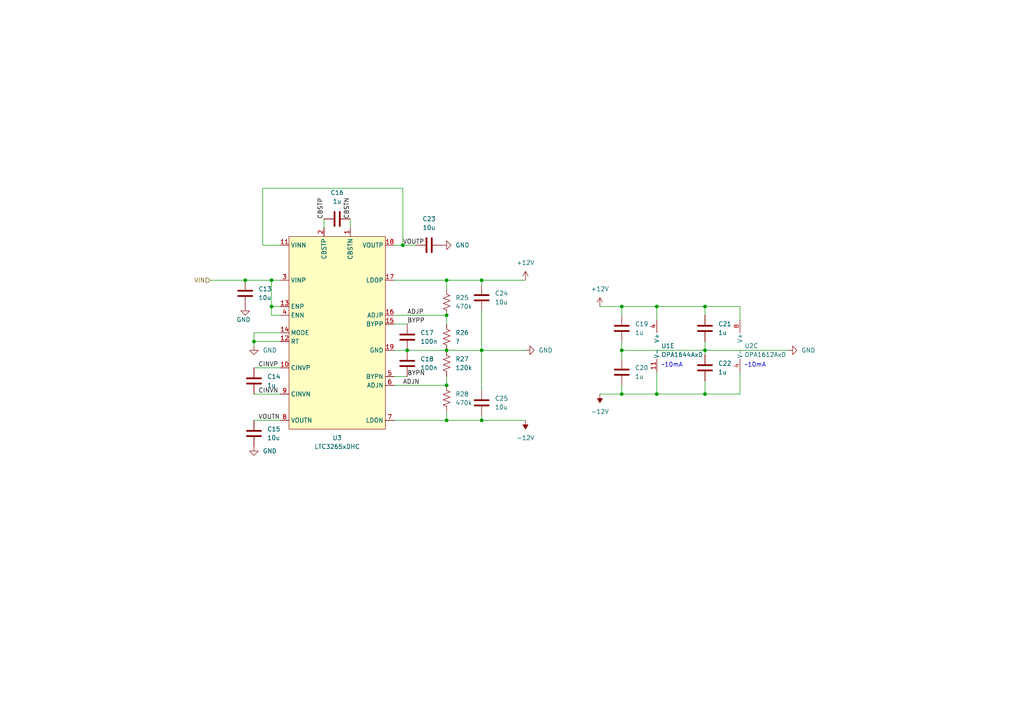
<source format=kicad_sch>
(kicad_sch (version 20211123) (generator eeschema)
  (paper "A4")
  (lib_symbols
    (symbol "Amplifier_Operational:OPA1612AxD" (pin_names (offset 0.127))
      (property "Reference" "U" (at 0 5.08 0))
      (property "Value" "OPA1612AxD" (at 0 -5.08 0))
      (symbol "OPA1612AxD_1_1"
        (polyline (pts (xy -5.08 5.08) (xy 5.08 0) (xy -5.08 -5.08) (xy -5.08 5.08)) (stroke (width 0.254)) (fill (type background)))
        (pin output line (at 7.62 0 180) (length 2.54) (name "~") (number "1"))
        (pin input line (at -7.62 -2.54 0) (length 2.54) (name "-") (number "2"))
        (pin input line (at -7.62 2.54 0) (length 2.54) (name "+") (number "3"))
      )
      (symbol "OPA1612AxD_2_1"
        (polyline (pts (xy -5.08 5.08) (xy 5.08 0) (xy -5.08 -5.08) (xy -5.08 5.08)) (stroke (width 0.254)) (fill (type background)))
        (pin input line (at -7.62 2.54 0) (length 2.54) (name "+") (number "5"))
        (pin input line (at -7.62 -2.54 0) (length 2.54) (name "-") (number "6"))
        (pin output line (at 7.62 0 180) (length 2.54) (name "~") (number "7"))
      )
      (symbol "OPA1612AxD_3_1"
        (pin power_in line (at -2.54 -7.62 90) (length 3.81) (name "V-") (number "4"))
        (pin power_in line (at -2.54 7.62 270) (length 3.81) (name "V+") (number "8"))
      )
    )
    (symbol "Device:C" (pin_numbers hide) (pin_names (offset 0.254))
      (property "Reference" "C" (at 0.635 2.54 0))
      (property "Value" "C" (at 0.635 -2.54 0))
      (symbol "C_0_1"
        (polyline (pts (xy -2.032 -0.762) (xy 2.032 -0.762)) (stroke (width 0.508)))
        (polyline (pts (xy -2.032 0.762) (xy 2.032 0.762)) (stroke (width 0.508)))
      )
      (symbol "C_1_1"
        (pin passive line (at 0 3.81 270) (length 2.794) (name "~") (number "1"))
        (pin passive line (at 0 -3.81 90) (length 2.794) (name "~") (number "2"))
      )
    )
    (symbol "Device:R_US" (pin_numbers hide) (pin_names (offset 0))
      (property "Reference" "R" (at 2.54 0 90))
      (property "Value" "R_US" (at -2.54 0 90))
      (symbol "R_US_0_1"
        (polyline (pts (xy 0 -2.286) (xy 0 -2.54)))
        (polyline (pts (xy 0 2.286) (xy 0 2.54)))
        (polyline (pts (xy 0 -0.762) (xy 1.016 -1.143) (xy 0 -1.524) (xy -1.016 -1.905) (xy 0 -2.286)))
        (polyline (pts (xy 0 0.762) (xy 1.016 0.381) (xy 0 0) (xy -1.016 -0.381) (xy 0 -0.762)))
        (polyline (pts (xy 0 2.286) (xy 1.016 1.905) (xy 0 1.524) (xy -1.016 1.143) (xy 0 0.762)))
      )
      (symbol "R_US_1_1"
        (pin passive line (at 0 3.81 270) (length 1.27) (name "~") (number "1"))
        (pin passive line (at 0 -3.81 90) (length 1.27) (name "~") (number "2"))
      )
    )
    (symbol "OPA_PHONO:LTC3265xDHC"
      (property "Reference" "U" (at 1.27 1.27 0))
      (property "Value" "LTC3265xDHC" (at 21.59 -57.15 0))
      (symbol "LTC3265xDHC_0_0"
        (pin passive line (at -2.54 -38.1 0) (length 2.54) (name "CINVP") (number "10"))
        (pin passive line (at -2.54 -2.54 0) (length 2.54) (name "VINN") (number "11"))
        (pin passive line (at -2.54 -30.48 0) (length 2.54) (name "RT") (number "12"))
        (pin passive line (at -2.54 -20.32 0) (length 2.54) (name "ENP") (number "13"))
        (pin passive line (at -2.54 -27.94 0) (length 2.54) (name "MODE") (number "14"))
        (pin passive line (at 30.48 -25.4 180) (length 2.54) (name "BYPP") (number "15"))
        (pin passive line (at 30.48 -22.86 180) (length 2.54) (name "ADJP") (number "16"))
        (pin passive line (at 30.48 -12.7 180) (length 2.54) (name "LDOP") (number "17"))
        (pin passive line (at 30.48 -2.54 180) (length 2.54) (name "VOUTP") (number "18"))
        (pin passive line (at 30.48 -33.02 180) (length 2.54) (name "GND") (number "19"))
        (pin passive line (at 10.16 2.54 270) (length 2.54) (name "CBSTP") (number "2"))
        (pin passive line (at -2.54 -12.7 0) (length 2.54) (name "VINP") (number "3"))
        (pin passive line (at -2.54 -22.86 0) (length 2.54) (name "ENN") (number "4"))
        (pin passive line (at 30.48 -40.64 180) (length 2.54) (name "BYPN") (number "5"))
        (pin passive line (at 30.48 -43.18 180) (length 2.54) (name "ADJN") (number "6"))
        (pin passive line (at 30.48 -53.34 180) (length 2.54) (name "LDON") (number "7"))
        (pin passive line (at -2.54 -53.34 0) (length 2.54) (name "VOUTN") (number "8"))
        (pin passive line (at -2.54 -45.72 0) (length 2.54) (name "CINVN") (number "9"))
      )
      (symbol "LTC3265xDHC_0_1"
        (rectangle (start 0 0) (end 27.94 -55.88) (fill (type background)))
      )
      (symbol "LTC3265xDHC_1_1"
        (pin passive line (at 17.78 2.54 270) (length 2.54) (name "CBSTN") (number "1"))
      )
    )
    (symbol "OPA_PHONO:OPA1644AxD" (pin_names (offset 0.127))
      (property "Reference" "U" (at 0 5.08 0))
      (property "Value" "OPA1644AxD" (at 0 -5.08 0))
      (symbol "OPA1644AxD_1_1"
        (polyline (pts (xy -5.08 5.08) (xy 5.08 0) (xy -5.08 -5.08) (xy -5.08 5.08)) (stroke (width 0.254)) (fill (type background)))
        (pin output line (at 7.62 0 180) (length 2.54) (name "~") (number "1"))
        (pin input line (at -7.62 -2.54 0) (length 2.54) (name "-") (number "2"))
        (pin input line (at -7.62 2.54 0) (length 2.54) (name "+") (number "3"))
      )
      (symbol "OPA1644AxD_2_1"
        (polyline (pts (xy -5.08 5.08) (xy 5.08 0) (xy -5.08 -5.08) (xy -5.08 5.08)) (stroke (width 0.254)) (fill (type background)))
        (pin input line (at -7.62 2.54 0) (length 2.54) (name "+") (number "5"))
        (pin input line (at -7.62 -2.54 0) (length 2.54) (name "-") (number "6"))
        (pin output line (at 7.62 0 180) (length 2.54) (name "~") (number "7"))
      )
      (symbol "OPA1644AxD_3_1"
        (polyline (pts (xy -5.08 5.08) (xy 5.08 0) (xy -5.08 -5.08) (xy -5.08 5.08)) (stroke (width 0.254)) (fill (type background)))
        (pin input line (at -7.62 2.54 0) (length 2.54) (name "+") (number "10"))
        (pin output line (at 7.62 0 180) (length 2.54) (name "~") (number "8"))
        (pin input line (at -7.62 -2.54 0) (length 2.54) (name "-") (number "9"))
      )
      (symbol "OPA1644AxD_4_1"
        (polyline (pts (xy -5.08 5.08) (xy 5.08 0) (xy -5.08 -5.08) (xy -5.08 5.08)) (stroke (width 0.254)) (fill (type background)))
        (pin input line (at -7.62 2.54 0) (length 2.54) (name "+") (number "12"))
        (pin input line (at -7.62 -2.54 0) (length 2.54) (name "-") (number "13"))
        (pin output line (at 7.62 0 180) (length 2.54) (name "~") (number "14"))
      )
      (symbol "OPA1644AxD_5_1"
        (pin power_in line (at -2.54 -7.62 90) (length 3.81) (name "V-") (number "11"))
        (pin power_in line (at -2.54 7.62 270) (length 3.81) (name "V+") (number "4"))
      )
    )
    (symbol "power:+12V" (power) (pin_names (offset 0))
      (property "Value" "+12V" (at 0 3.556 0))
      (symbol "+12V_0_1"
        (polyline (pts (xy -0.762 1.27) (xy 0 2.54)))
        (polyline (pts (xy 0 0) (xy 0 2.54)))
        (polyline (pts (xy 0 2.54) (xy 0.762 1.27)))
      )
      (symbol "+12V_1_1"
        (pin power_in line (at 0 0 90) (length 0) hide (name "+12V") (number "1"))
      )
    )
    (symbol "power:-12V" (power) (pin_names (offset 0))
      (property "Value" "-12V" (at 0 3.81 0))
      (symbol "-12V_0_0"
        (pin power_in line (at 0 0 90) (length 0) hide (name "-12V") (number "1"))
      )
      (symbol "-12V_0_1"
        (polyline (pts (xy 0 0) (xy 0 1.27) (xy 0.762 1.27) (xy 0 2.54) (xy -0.762 1.27) (xy 0 1.27)) (fill (type outline)))
      )
    )
    (symbol "power:GND" (power) (pin_names (offset 0))
      (property "Value" "GND" (at 0 -3.81 0))
      (symbol "GND_0_1"
        (polyline (pts (xy 0 0) (xy 0 -1.27) (xy 1.27 -1.27) (xy 0 -2.54) (xy -1.27 -1.27) (xy 0 -1.27)))
      )
      (symbol "GND_1_1"
        (pin power_in line (at 0 0 270) (length 0) hide (name "GND") (number "1"))
      )
    )
  )
  (junction (at 129.54 91.44))
  (junction (at 180.34 101.6))
  (junction (at 129.54 81.28))
  (junction (at 116.84 71.12))
  (junction (at 190.5 88.9))
  (junction (at 204.47 88.9))
  (junction (at 118.11 101.6))
  (junction (at 139.7 81.28))
  (junction (at 190.5 114.3))
  (junction (at 180.34 114.3))
  (junction (at 129.54 101.6))
  (junction (at 204.47 101.6))
  (junction (at 73.66 99.06))
  (junction (at 78.74 88.9))
  (junction (at 129.54 121.92))
  (junction (at 71.12 81.28))
  (junction (at 180.34 88.9))
  (junction (at 139.7 101.6))
  (junction (at 204.47 114.3))
  (junction (at 139.7 121.92))
  (junction (at 78.74 81.28))
  (junction (at 129.54 111.76))
  (wire (pts (xy 129.54 101.6) (xy 139.7 101.6)))
  (wire (pts (xy 78.74 91.44) (xy 78.74 88.9)))
  (wire (pts (xy 129.54 109.22) (xy 129.54 111.76)))
  (wire (pts (xy 180.34 88.9) (xy 180.34 91.44)))
  (wire (pts (xy 180.34 88.9) (xy 190.5 88.9)))
  (wire (pts (xy 204.47 114.3) (xy 204.47 110.49)))
  (wire (pts (xy 129.54 91.44) (xy 129.54 93.98)))
  (wire (pts (xy 190.5 88.9) (xy 204.47 88.9)))
  (wire (pts (xy 214.63 114.3) (xy 214.63 107.95)))
  (wire (pts (xy 71.12 81.28) (xy 78.74 81.28)))
  (wire (pts (xy 180.34 99.06) (xy 180.34 101.6)))
  (wire (pts (xy 120.65 71.12) (xy 116.84 71.12)))
  (wire (pts (xy 204.47 88.9) (xy 214.63 88.9)))
  (wire (pts (xy 114.3 109.22) (xy 118.11 109.22)))
  (wire (pts (xy 180.34 104.14) (xy 180.34 101.6)))
  (wire (pts (xy 129.54 121.92) (xy 139.7 121.92)))
  (wire (pts (xy 204.47 99.06) (xy 204.47 101.6)))
  (wire (pts (xy 114.3 81.28) (xy 129.54 81.28)))
  (wire (pts (xy 204.47 101.6) (xy 228.6 101.6)))
  (wire (pts (xy 114.3 121.92) (xy 129.54 121.92)))
  (wire (pts (xy 139.7 81.28) (xy 139.7 82.55)))
  (wire (pts (xy 139.7 113.03) (xy 139.7 101.6)))
  (wire (pts (xy 78.74 88.9) (xy 81.28 88.9)))
  (wire (pts (xy 204.47 114.3) (xy 214.63 114.3)))
  (wire (pts (xy 76.2 54.61) (xy 76.2 71.12)))
  (wire (pts (xy 116.84 71.12) (xy 116.84 54.61)))
  (wire (pts (xy 214.63 88.9) (xy 214.63 92.71)))
  (wire (pts (xy 204.47 102.87) (xy 204.47 101.6)))
  (wire (pts (xy 78.74 81.28) (xy 81.28 81.28)))
  (wire (pts (xy 180.34 114.3) (xy 190.5 114.3)))
  (wire (pts (xy 118.11 101.6) (xy 129.54 101.6)))
  (wire (pts (xy 129.54 81.28) (xy 139.7 81.28)))
  (wire (pts (xy 139.7 121.92) (xy 152.4 121.92)))
  (wire (pts (xy 118.11 101.6) (xy 114.3 101.6)))
  (wire (pts (xy 190.5 114.3) (xy 204.47 114.3)))
  (wire (pts (xy 73.66 121.92) (xy 81.28 121.92)))
  (wire (pts (xy 73.66 96.52) (xy 73.66 99.06)))
  (wire (pts (xy 139.7 121.92) (xy 139.7 120.65)))
  (wire (pts (xy 73.66 114.3) (xy 81.28 114.3)))
  (wire (pts (xy 78.74 88.9) (xy 78.74 81.28)))
  (wire (pts (xy 173.99 114.3) (xy 180.34 114.3)))
  (wire (pts (xy 116.84 71.12) (xy 114.3 71.12)))
  (wire (pts (xy 81.28 99.06) (xy 73.66 99.06)))
  (wire (pts (xy 204.47 88.9) (xy 204.47 91.44)))
  (wire (pts (xy 81.28 96.52) (xy 73.66 96.52)))
  (wire (pts (xy 116.84 54.61) (xy 76.2 54.61)))
  (wire (pts (xy 114.3 91.44) (xy 129.54 91.44)))
  (wire (pts (xy 180.34 101.6) (xy 204.47 101.6)))
  (wire (pts (xy 129.54 83.82) (xy 129.54 81.28)))
  (wire (pts (xy 190.5 114.3) (xy 190.5 107.95)))
  (wire (pts (xy 190.5 88.9) (xy 190.5 92.71)))
  (wire (pts (xy 76.2 71.12) (xy 81.28 71.12)))
  (wire (pts (xy 114.3 111.76) (xy 129.54 111.76)))
  (wire (pts (xy 101.6 63.5) (xy 101.6 66.04)))
  (wire (pts (xy 180.34 114.3) (xy 180.34 111.76)))
  (wire (pts (xy 73.66 99.06) (xy 73.66 100.33)))
  (wire (pts (xy 93.98 63.5) (xy 93.98 66.04)))
  (wire (pts (xy 139.7 101.6) (xy 152.4 101.6)))
  (wire (pts (xy 81.28 91.44) (xy 78.74 91.44)))
  (wire (pts (xy 139.7 90.17) (xy 139.7 101.6)))
  (wire (pts (xy 129.54 119.38) (xy 129.54 121.92)))
  (wire (pts (xy 173.99 88.9) (xy 180.34 88.9)))
  (wire (pts (xy 139.7 81.28) (xy 152.4 81.28)))
  (wire (pts (xy 73.66 106.68) (xy 81.28 106.68)))
  (wire (pts (xy 60.96 81.28) (xy 71.12 81.28)))
  (wire (pts (xy 118.11 93.98) (xy 114.3 93.98)))
  (text "~10mA" (at 191.77 106.68 0) (effects (font (size 1.27 1.27)) (justify left bottom)))
  (text "~10mA" (at 215.9 106.68 0) (effects (font (size 1.27 1.27)) (justify left bottom)))
  (label "VOUTP" (at 116.84 71.12 0))
  (label "CINVP" (at 74.93 106.68 0))
  (label "ADJN" (at 116.84 111.76 0))
  (label "BYPP" (at 118.11 93.98 0))
  (label "CBSTN" (at 101.6 63.5 90))
  (label "CBSTP" (at 93.98 63.5 90))
  (label "ADJP" (at 118.11 91.44 0))
  (label "VOUTN" (at 74.93 121.92 0))
  (label "CINVN" (at 74.93 114.3 0))
  (label "BYPN" (at 118.11 109.22 0))
  (hierarchical_label "VIN" (shape input) (at 60.96 81.28 180))
  (symbol (lib_id "Device:C") (at 180.34 95.25 180) (unit 1)
    (property "Reference" "C19" (at 184.15 93.9799 0) (effects (justify right)))
    (property "Value" "1u" (at 184.15 96.5199 0) (effects (justify right)))
    (property "Footprint" "Capacitor_SMD:C_0402_1005Metric" (effects hide))
  )
  (symbol (lib_id "Device:R_US") (at 129.54 97.79 0) (unit 1)
    (property "Reference" "R26" (at 132.08 96.5199 0) (effects (justify left)))
    (property "Value" "?" (at 132.08 99.0599 0) (effects (justify left)))
    (property "Footprint" "Resistor_SMD:R_0402_1005Metric" (effects hide))
  )
  (symbol (lib_id "power:GND") (at 228.6 101.6 90) (unit 1)
    (property "Reference" "#PWR01" (effects hide))
    (property "Value" "GND" (at 232.41 101.5999 90) (effects (justify right)))
  )
  (symbol (lib_id "Device:R_US") (at 129.54 105.41 0) (unit 1)
    (property "Reference" "R27" (at 132.08 104.1399 0) (effects (justify left)))
    (property "Value" "120k" (at 132.08 106.6799 0) (effects (justify left)))
    (property "Footprint" "Resistor_SMD:R_0402_1005Metric" (effects hide))
  )
  (symbol (lib_id "power:-12V") (at 173.99 114.3 180) (unit 1)
    (property "Reference" "#PWR022" (effects hide))
    (property "Value" "-12V" (at 173.99 119.38 0))
  )
  (symbol (lib_id "power:-12V") (at 152.4 121.92 180) (unit 1)
    (property "Reference" "#PWR028" (effects hide))
    (property "Value" "-12V" (at 152.4 127 0))
  )
  (symbol (lib_id "Device:C") (at 97.79 63.5 90) (unit 1)
    (property "Reference" "C16" (at 97.79 55.88 90))
    (property "Value" "1u" (at 97.79 58.42 90))
    (property "Footprint" "Capacitor_SMD:C_0402_1005Metric" (effects hide))
  )
  (symbol (lib_id "OPA_PHONO:OPA1644AxD") (at 193.04 100.33 0) (unit 5)
    (property "Reference" "U1" (at 191.77 100.33 0) (effects (justify left)))
    (property "Value" "OPA1644AxD" (at 191.77 102.87 0) (effects (justify left)))
    (property "Footprint" "Package_SO:SOIC-14_3.9x8.7mm_P1.27mm" (effects hide))
    (property "Datasheet" "https://www.ti.com/lit/ds/symlink/opa1642.pdf" (effects hide))
  )
  (symbol (lib_id "power:GND") (at 71.12 88.9 0) (unit 1)
    (property "Reference" "#PWR021" (effects hide))
    (property "Value" "GND" (at 68.58 92.71 0) (effects (justify left)))
  )
  (symbol (lib_id "Device:C") (at 118.11 105.41 180) (unit 1)
    (property "Reference" "C18" (at 121.92 104.1399 0) (effects (justify right)))
    (property "Value" "100n" (at 121.92 106.6799 0) (effects (justify right)))
    (property "Footprint" "Capacitor_SMD:C_0402_1005Metric" (effects hide))
  )
  (symbol (lib_id "Device:C") (at 204.47 106.68 180) (unit 1)
    (property "Reference" "C22" (at 208.28 105.4099 0) (effects (justify right)))
    (property "Value" "1u" (at 208.28 107.9499 0) (effects (justify right)))
    (property "Footprint" "Capacitor_SMD:C_0402_1005Metric" (effects hide))
  )
  (symbol (lib_id "Device:C") (at 180.34 107.95 180) (unit 1)
    (property "Reference" "C20" (at 184.15 106.6799 0) (effects (justify right)))
    (property "Value" "1u" (at 184.15 109.2199 0) (effects (justify right)))
    (property "Footprint" "Capacitor_SMD:C_0402_1005Metric" (effects hide))
  )
  (symbol (lib_id "OPA_PHONO:LTC3265xDHC") (at 83.82 68.58 0) (unit 1)
    (property "Reference" "U3" (at 97.79 127 0))
    (property "Value" "LTC3265xDHC" (at 97.79 129.54 0))
    (property "Footprint" "Package_DFN_QFN:DFN-18-1EP_3x5mm_P0.5mm_EP1.66x4.4mm" (effects hide))
    (property "Datasheet" "https://www.analog.com/media/en/technical-documentation/data-sheets/3265fa.pdf" (effects hide))
  )
  (symbol (lib_id "Device:R_US") (at 129.54 115.57 0) (unit 1)
    (property "Reference" "R28" (at 132.08 114.2999 0) (effects (justify left)))
    (property "Value" "470k" (at 132.08 116.8399 0) (effects (justify left)))
    (property "Footprint" "Resistor_SMD:R_0402_1005Metric" (effects hide))
  )
  (symbol (lib_id "power:GND") (at 128.27 71.12 90) (unit 1)
    (property "Reference" "#PWR025" (effects hide))
    (property "Value" "GND" (at 132.08 71.1199 90) (effects (justify right)))
  )
  (symbol (lib_id "power:GND") (at 73.66 129.54 0) (unit 1)
    (property "Reference" "#PWR024" (effects hide))
    (property "Value" "GND" (at 76.2 130.8099 0) (effects (justify left)))
  )
  (symbol (lib_id "Device:C") (at 73.66 125.73 180) (unit 1)
    (property "Reference" "C15" (at 77.47 124.4599 0) (effects (justify right)))
    (property "Value" "10u" (at 77.47 126.9999 0) (effects (justify right)))
    (property "Footprint" "Capacitor_SMD:C_0805_2012Metric" (effects hide))
  )
  (symbol (lib_id "Device:C") (at 124.46 71.12 270) (unit 1)
    (property "Reference" "C23" (at 124.46 63.5 90))
    (property "Value" "10u" (at 124.46 66.04 90))
    (property "Footprint" "Capacitor_SMD:C_0805_2012Metric" (effects hide))
  )
  (symbol (lib_id "Device:R_US") (at 129.54 87.63 0) (unit 1)
    (property "Reference" "R25" (at 132.08 86.3599 0) (effects (justify left)))
    (property "Value" "470k" (at 132.08 88.8999 0) (effects (justify left)))
    (property "Footprint" "Resistor_SMD:R_0402_1005Metric" (effects hide))
  )
  (symbol (lib_id "Device:C") (at 204.47 95.25 180) (unit 1)
    (property "Reference" "C21" (at 208.28 93.9799 0) (effects (justify right)))
    (property "Value" "1u" (at 208.28 96.5199 0) (effects (justify right)))
    (property "Footprint" "Capacitor_SMD:C_0402_1005Metric" (effects hide))
  )
  (symbol (lib_id "Device:C") (at 73.66 110.49 180) (unit 1)
    (property "Reference" "C14" (at 77.47 109.2199 0) (effects (justify right)))
    (property "Value" "1u" (at 77.47 111.7599 0) (effects (justify right)))
    (property "Footprint" "Capacitor_SMD:C_0402_1005Metric" (effects hide))
  )
  (symbol (lib_id "power:+12V") (at 152.4 81.28 0) (unit 1)
    (property "Reference" "#PWR026" (effects hide))
    (property "Value" "+12V" (at 152.4 76.2 0))
  )
  (symbol (lib_id "Device:C") (at 139.7 116.84 180) (unit 1)
    (property "Reference" "C25" (at 143.51 115.5699 0) (effects (justify right)))
    (property "Value" "10u" (at 143.51 118.1099 0) (effects (justify right)))
    (property "Footprint" "Capacitor_SMD:C_0805_2012Metric" (effects hide))
  )
  (symbol (lib_id "Device:C") (at 139.7 86.36 180) (unit 1)
    (property "Reference" "C24" (at 143.51 85.0899 0) (effects (justify right)))
    (property "Value" "10u" (at 143.51 87.6299 0) (effects (justify right)))
    (property "Footprint" "Capacitor_SMD:C_0805_2012Metric" (effects hide))
  )
  (symbol (lib_id "Amplifier_Operational:OPA1612AxD") (at 217.17 100.33 0) (unit 3)
    (property "Reference" "U2" (at 215.9 100.33 0) (effects (justify left)))
    (property "Value" "OPA1612AxD" (at 215.9 102.87 0) (effects (justify left)))
    (property "Footprint" "Package_SO:SOIC-8_3.9x4.9mm_P1.27mm" (effects hide))
    (property "Datasheet" "http://www.ti.com/lit/ds/symlink/opa1612.pdf" (effects hide))
  )
  (symbol (lib_id "Device:C") (at 118.11 97.79 180) (unit 1)
    (property "Reference" "C17" (at 121.92 96.5199 0) (effects (justify right)))
    (property "Value" "100n" (at 121.92 99.0599 0) (effects (justify right)))
    (property "Footprint" "Capacitor_SMD:C_0402_1005Metric" (effects hide))
  )
  (symbol (lib_id "power:+12V") (at 173.99 88.9 0) (unit 1)
    (property "Reference" "#PWR02" (effects hide))
    (property "Value" "+12V" (at 173.99 83.82 0))
  )
  (symbol (lib_id "Device:C") (at 71.12 85.09 180) (unit 1)
    (property "Reference" "C13" (at 74.93 83.8199 0) (effects (justify right)))
    (property "Value" "10u" (at 74.93 86.3599 0) (effects (justify right)))
    (property "Footprint" "Capacitor_SMD:C_0805_2012Metric" (effects hide))
  )
  (symbol (lib_id "power:GND") (at 152.4 101.6 90) (unit 1)
    (property "Reference" "#PWR027" (effects hide))
    (property "Value" "GND" (at 156.21 101.5999 90) (effects (justify right)))
  )
  (symbol (lib_id "power:GND") (at 73.66 100.33 0) (unit 1)
    (property "Reference" "#PWR023" (effects hide))
    (property "Value" "GND" (at 76.2 101.5999 0) (effects (justify left)))
  )
)
</source>
